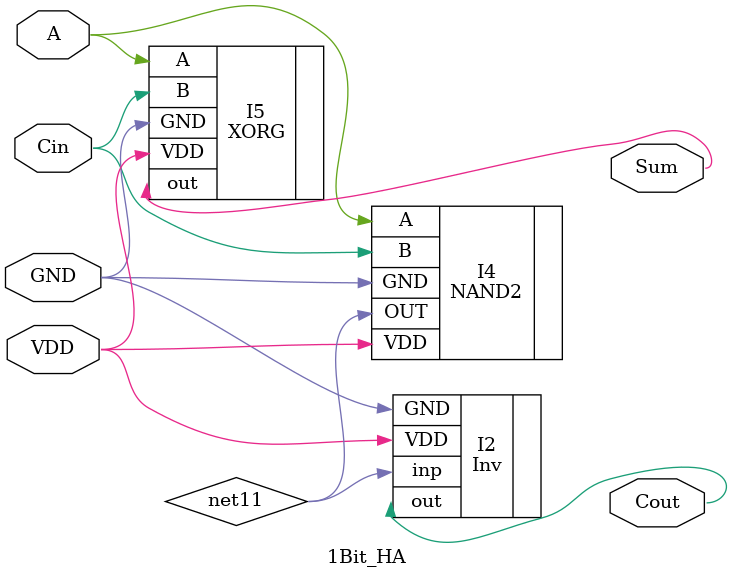
<source format=v>

module \1Bit_HA  (
A,Cin,VDD,GND,Sum,Cout );
input  A;
input  Cin;
input  VDD;
input  GND;
output  Sum;
output  Cout;
wire VDD;
wire Cin;
wire net11;
wire A;
wire Cout;
wire GND;
wire Sum;

XORG    
 I5  ( .VDD( VDD ), .A( A ), .GND( GND ), .B( Cin ), .out( Sum ) );

NAND2    
 I4  ( .VDD( VDD ), .A( A ), .B( Cin ), .OUT( net11 ), .GND( GND ) );

Inv    
 I2  ( .VDD( VDD ), .inp( net11 ), .GND( GND ), .out( Cout ) );

endmodule


</source>
